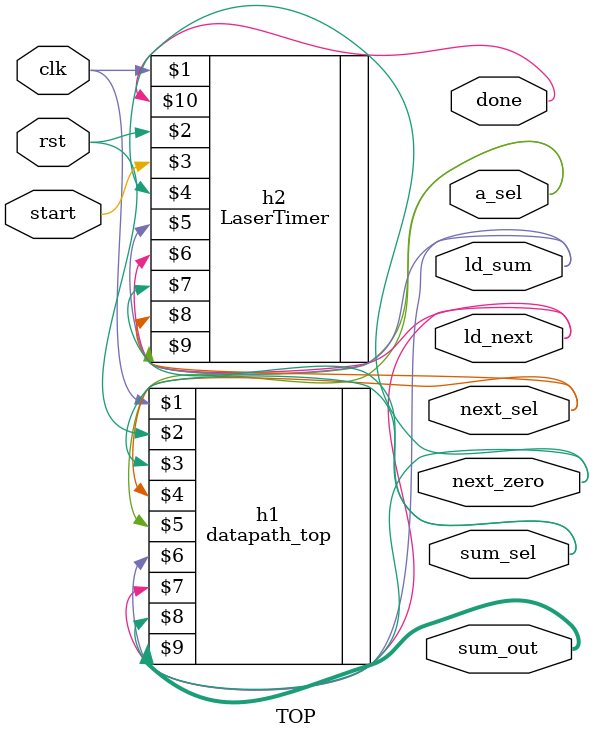
<source format=v>
module TOP(clk,rst,start,done,sum_out,sum_sel,next_sel,a_sel,ld_sum,ld_next,next_zero);
    parameter DATA_WIDTH=32;
    parameter ADDR_WIDTH=8;
    input clk,rst,start;
    output done;
    output [DATA_WIDTH-1:0]sum_out;
    output sum_sel,next_sel,a_sel,ld_sum,ld_next,next_zero;
    
    datapath_top #(DATA_WIDTH,ADDR_WIDTH) h1(clk,rst,sum_sel,next_sel,a_sel,ld_sum,ld_next,next_zero,sum_out);
    LaserTimer h2(clk,rst,start,next_zero,ld_sum,ld_next,sum_sel,next_sel,a_sel,done);

endmodule

</source>
